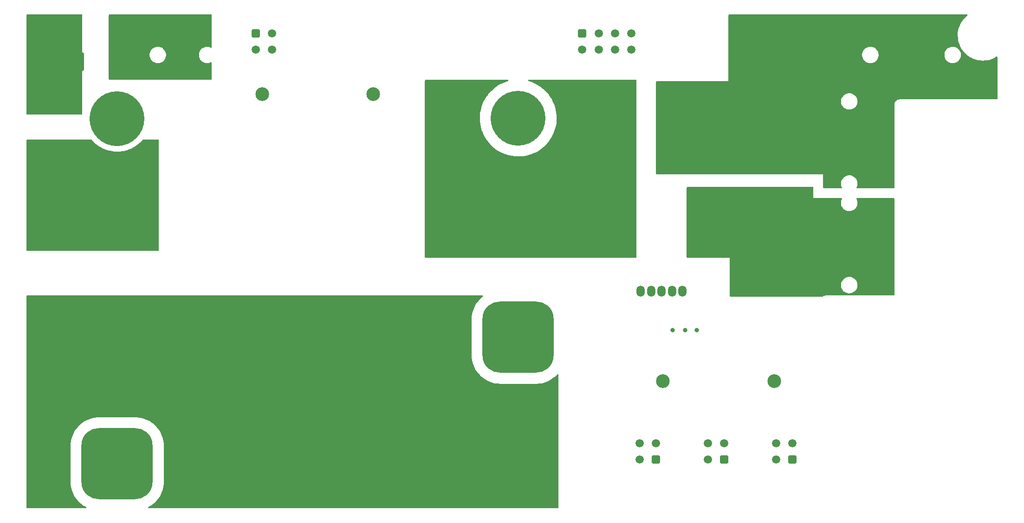
<source format=gbr>
%TF.GenerationSoftware,KiCad,Pcbnew,(6.0.1)*%
%TF.CreationDate,2022-06-01T15:29:14+03:00*%
%TF.ProjectId,Power,506f7765-722e-46b6-9963-61645f706362,rev?*%
%TF.SameCoordinates,Original*%
%TF.FileFunction,Copper,L1,Top*%
%TF.FilePolarity,Positive*%
%FSLAX46Y46*%
G04 Gerber Fmt 4.6, Leading zero omitted, Abs format (unit mm)*
G04 Created by KiCad (PCBNEW (6.0.1)) date 2022-06-01 15:29:14*
%MOMM*%
%LPD*%
G01*
G04 APERTURE LIST*
G04 Aperture macros list*
%AMRoundRect*
0 Rectangle with rounded corners*
0 $1 Rounding radius*
0 $2 $3 $4 $5 $6 $7 $8 $9 X,Y pos of 4 corners*
0 Add a 4 corners polygon primitive as box body*
4,1,4,$2,$3,$4,$5,$6,$7,$8,$9,$2,$3,0*
0 Add four circle primitives for the rounded corners*
1,1,$1+$1,$2,$3*
1,1,$1+$1,$4,$5*
1,1,$1+$1,$6,$7*
1,1,$1+$1,$8,$9*
0 Add four rect primitives between the rounded corners*
20,1,$1+$1,$2,$3,$4,$5,0*
20,1,$1+$1,$4,$5,$6,$7,0*
20,1,$1+$1,$6,$7,$8,$9,0*
20,1,$1+$1,$8,$9,$2,$3,0*%
G04 Aperture macros list end*
%TA.AperFunction,ComponentPad*%
%ADD10RoundRect,0.250001X-0.499999X0.499999X-0.499999X-0.499999X0.499999X-0.499999X0.499999X0.499999X0*%
%TD*%
%TA.AperFunction,ComponentPad*%
%ADD11C,1.500000*%
%TD*%
%TA.AperFunction,ComponentPad*%
%ADD12RoundRect,0.250001X0.499999X0.499999X-0.499999X0.499999X-0.499999X-0.499999X0.499999X-0.499999X0*%
%TD*%
%TA.AperFunction,SMDPad,CuDef*%
%ADD13RoundRect,1.250000X3.750000X-1.250000X3.750000X1.250000X-3.750000X1.250000X-3.750000X-1.250000X0*%
%TD*%
%TA.AperFunction,WasherPad*%
%ADD14C,10.000000*%
%TD*%
%TA.AperFunction,ComponentPad*%
%ADD15RoundRect,3.250000X-3.250000X-3.250000X3.250000X-3.250000X3.250000X3.250000X-3.250000X3.250000X0*%
%TD*%
%TA.AperFunction,SMDPad,CuDef*%
%ADD16RoundRect,0.249999X-0.512501X-1.425001X0.512501X-1.425001X0.512501X1.425001X-0.512501X1.425001X0*%
%TD*%
%TA.AperFunction,ComponentPad*%
%ADD17C,2.500000*%
%TD*%
%TA.AperFunction,ComponentPad*%
%ADD18RoundRect,0.250001X-0.499999X-0.499999X0.499999X-0.499999X0.499999X0.499999X-0.499999X0.499999X0*%
%TD*%
%TA.AperFunction,ComponentPad*%
%ADD19O,2.500000X2.000000*%
%TD*%
%TA.AperFunction,ComponentPad*%
%ADD20O,1.500000X2.000000*%
%TD*%
%TA.AperFunction,ViaPad*%
%ADD21C,0.800000*%
%TD*%
G04 APERTURE END LIST*
D10*
%TO.P,J3,1,Pin_1*%
%TO.N,LPSR_IN*%
X218500000Y-87956000D03*
D11*
%TO.P,J3,2,Pin_2*%
X218500000Y-90956000D03*
%TO.P,J3,3,Pin_3*%
X218500000Y-93956000D03*
%TO.P,J3,4,Pin_4*%
X218500000Y-96956000D03*
%TO.P,J3,5,Pin_5*%
X215500000Y-87956000D03*
%TO.P,J3,6,Pin_6*%
X215500000Y-90956000D03*
%TO.P,J3,7,Pin_7*%
X215500000Y-93956000D03*
%TO.P,J3,8,Pin_8*%
X215500000Y-96956000D03*
%TD*%
D12*
%TO.P,J9,1,Pin_1*%
%TO.N,GND*%
X191746000Y-131826000D03*
D11*
%TO.P,J9,2,Pin_2*%
%TO.N,Current_Measure*%
X188746000Y-131826000D03*
%TO.P,J9,3,Pin_3*%
%TO.N,GND*%
X191746000Y-128826000D03*
%TO.P,J9,4,Pin_4*%
%TO.N,Current_Measure*%
X188746000Y-128826000D03*
%TD*%
D13*
%TO.P,L1,1*%
%TO.N,Net-(D2-Pad1)*%
X69596000Y-76120000D03*
%TO.P,L1,2*%
%TO.N,Net-(F1-Pad1)*%
X69596000Y-66120000D03*
%TD*%
D12*
%TO.P,J10,1,Pin_1*%
%TO.N,GNDPWR*%
X179300000Y-131826000D03*
D11*
%TO.P,J10,2,Pin_2*%
X176300000Y-131826000D03*
%TO.P,J10,3,Pin_3*%
%TO.N,Voltage_IN*%
X179300000Y-128826000D03*
%TO.P,J10,4,Pin_4*%
%TO.N,Voltage_OUT*%
X176300000Y-128826000D03*
%TD*%
D14*
%TO.P,D2,*%
%TO.N,*%
X81026000Y-69596000D03*
D15*
%TO.P,D2,1,E1*%
%TO.N,Net-(D2-Pad1)*%
X81026000Y-86596000D03*
%TO.P,D2,2,E2*%
%TO.N,Net-(C21-Pad1)*%
X81026000Y-109596000D03*
%TO.P,D2,3,K1*%
%TO.N,unconnected-(D2-Pad3)*%
X81026000Y-132596000D03*
%TD*%
D16*
%TO.P,F1,1*%
%TO.N,Net-(F1-Pad1)*%
X74228500Y-59182000D03*
%TO.P,F1,2*%
%TO.N,Voltage_OUT*%
X80203500Y-59182000D03*
%TD*%
D17*
%TO.P,C24,1*%
%TO.N,Voltage_IN*%
X200894000Y-65031000D03*
X180594000Y-65031000D03*
%TO.P,C24,2*%
%TO.N,GNDPWR*%
X180594000Y-117531000D03*
X200894000Y-117531000D03*
%TD*%
D18*
%TO.P,J1,1,Pin_1*%
%TO.N,Voltage_OUT*%
X91440000Y-54000000D03*
D11*
%TO.P,J1,2,Pin_2*%
X94440000Y-54000000D03*
%TO.P,J1,3,Pin_3*%
X91440000Y-57000000D03*
%TO.P,J1,4,Pin_4*%
X94440000Y-57000000D03*
%TD*%
D18*
%TO.P,J6,1,Pin_1*%
%TO.N,GNDPWR*%
X165840000Y-54000000D03*
D11*
%TO.P,J6,2,Pin_2*%
X168840000Y-54000000D03*
%TO.P,J6,3,Pin_3*%
X171840000Y-54000000D03*
%TO.P,J6,4,Pin_4*%
X174840000Y-54000000D03*
%TO.P,J6,5,Pin_5*%
X165840000Y-57000000D03*
%TO.P,J6,6,Pin_6*%
X168840000Y-57000000D03*
%TO.P,J6,7,Pin_7*%
X171840000Y-57000000D03*
%TO.P,J6,8,Pin_8*%
X174840000Y-57000000D03*
%TD*%
D12*
%TO.P,J8,1,Pin_1*%
%TO.N,+5V*%
X204192000Y-131826000D03*
D11*
%TO.P,J8,2,Pin_2*%
%TO.N,GND*%
X201192000Y-131826000D03*
%TO.P,J8,3,Pin_3*%
%TO.N,+5V*%
X204192000Y-128826000D03*
%TO.P,J8,4,Pin_4*%
%TO.N,GND*%
X201192000Y-128826000D03*
%TD*%
D17*
%TO.P,C21,1*%
%TO.N,Net-(C21-Pad1)*%
X107462000Y-117595000D03*
X127762000Y-117595000D03*
%TO.P,C21,2*%
%TO.N,GNDPWR*%
X107462000Y-65095000D03*
X127762000Y-65095000D03*
%TD*%
D10*
%TO.P,J4,1,Pin_1*%
%TO.N,Voltage_IN*%
X218500000Y-69414000D03*
D11*
%TO.P,J4,2,Pin_2*%
X218500000Y-72414000D03*
%TO.P,J4,3,Pin_3*%
X218500000Y-75414000D03*
%TO.P,J4,4,Pin_4*%
X218500000Y-78414000D03*
%TO.P,J4,5,Pin_5*%
X215500000Y-69414000D03*
%TO.P,J4,6,Pin_6*%
X215500000Y-72414000D03*
%TO.P,J4,7,Pin_7*%
X215500000Y-75414000D03*
%TO.P,J4,8,Pin_8*%
X215500000Y-78414000D03*
%TD*%
D14*
%TO.P,D1,*%
%TO.N,*%
X154178000Y-69474000D03*
D15*
%TO.P,D1,1,E1*%
%TO.N,LPSR_OUT*%
X154178000Y-86474000D03*
%TO.P,D1,2,E2*%
%TO.N,GNDPWR*%
X154178000Y-109474000D03*
%TO.P,D1,3,K1*%
%TO.N,Net-(C21-Pad1)*%
X154178000Y-132474000D03*
%TD*%
D18*
%TO.P,J5,1,Pin_1*%
%TO.N,Voltage_IN*%
X221414000Y-54000000D03*
D11*
%TO.P,J5,2,Pin_2*%
X224414000Y-54000000D03*
%TO.P,J5,3,Pin_3*%
X227414000Y-54000000D03*
%TO.P,J5,4,Pin_4*%
X230414000Y-54000000D03*
%TO.P,J5,5,Pin_5*%
X221414000Y-57000000D03*
%TO.P,J5,6,Pin_6*%
X224414000Y-57000000D03*
%TO.P,J5,7,Pin_7*%
X227414000Y-57000000D03*
%TO.P,J5,8,Pin_8*%
X230414000Y-57000000D03*
%TD*%
D18*
%TO.P,J2,1,Pin_1*%
%TO.N,GNDPWR*%
X106262000Y-54000000D03*
D11*
%TO.P,J2,2,Pin_2*%
X109262000Y-54000000D03*
%TO.P,J2,3,Pin_3*%
X106262000Y-57000000D03*
%TO.P,J2,4,Pin_4*%
X109262000Y-57000000D03*
%TD*%
D19*
%TO.P,D4,1,INPUT_CURRENT*%
%TO.N,LPSR_IN*%
X186690000Y-83312000D03*
%TO.P,D4,2,INPUT_CURRENT*%
X186690000Y-85852000D03*
%TO.P,D4,3,INPUT_CURRENT*%
X186690000Y-88392000D03*
%TO.P,D4,4,INPUT_CURRENT*%
X186690000Y-90932000D03*
%TO.P,D4,5,OUTPUT_CURRENT*%
%TO.N,LPSR_OUT*%
X173990000Y-83312000D03*
%TO.P,D4,6,OUTPUT_CURRENT*%
X173990000Y-85852000D03*
%TO.P,D4,7,OUTPUT_CURRENT*%
X173990000Y-88392000D03*
%TO.P,D4,8,OUTPUT_CURRENT*%
X173990000Y-90932000D03*
D20*
%TO.P,D4,9,+Uc*%
%TO.N,+5V*%
X184150000Y-101102000D03*
%TO.P,D4,10,GND*%
%TO.N,GND*%
X182245000Y-101102000D03*
%TO.P,D4,11,Vout*%
%TO.N,Net-(D4-Pad11)*%
X180340000Y-101102000D03*
%TO.P,D4,12,Vref*%
%TO.N,unconnected-(D4-Pad12)*%
X178435000Y-101102000D03*
%TO.P,D4,13,OCD*%
%TO.N,unconnected-(D4-Pad13)*%
X176530000Y-101102000D03*
%TD*%
D21*
%TO.N,Current_Measure*%
X182372000Y-108204000D03*
%TO.N,+5V*%
X186711500Y-108182500D03*
%TO.N,GND*%
X184658000Y-108204000D03*
%TD*%
%TA.AperFunction,Conductor*%
%TO.N,Net-(D2-Pad1)*%
G36*
X76396605Y-73426002D02*
G01*
X76427093Y-73453563D01*
X76479965Y-73520032D01*
X76809311Y-73871980D01*
X76811175Y-73873676D01*
X77163943Y-74194670D01*
X77163952Y-74194678D01*
X77165823Y-74196380D01*
X77547202Y-74491144D01*
X77950993Y-74754372D01*
X77953215Y-74755579D01*
X77953221Y-74755582D01*
X78121790Y-74847107D01*
X78374594Y-74984368D01*
X78815276Y-75179652D01*
X78817640Y-75180480D01*
X78817653Y-75180485D01*
X79267824Y-75338132D01*
X79270200Y-75338964D01*
X79736435Y-75461278D01*
X80210978Y-75545807D01*
X80213484Y-75546048D01*
X80213489Y-75546049D01*
X80395103Y-75563536D01*
X80690771Y-75592006D01*
X80693306Y-75592046D01*
X80693309Y-75592046D01*
X80847996Y-75594476D01*
X81172724Y-75599577D01*
X81175243Y-75599414D01*
X81175247Y-75599414D01*
X81651198Y-75568636D01*
X81651201Y-75568636D01*
X81653732Y-75568472D01*
X81656235Y-75568107D01*
X81656243Y-75568106D01*
X81859177Y-75538501D01*
X82130696Y-75498890D01*
X82600543Y-75391281D01*
X83060247Y-75246337D01*
X83226987Y-75178631D01*
X83504513Y-75065939D01*
X83504514Y-75065938D01*
X83506845Y-75064992D01*
X83720468Y-74957551D01*
X83935213Y-74849546D01*
X83935220Y-74849542D01*
X83937461Y-74848415D01*
X84349321Y-74598000D01*
X84351355Y-74596528D01*
X84351362Y-74596523D01*
X84737717Y-74316848D01*
X84737719Y-74316846D01*
X84739771Y-74315361D01*
X85106296Y-74002319D01*
X85446535Y-73660891D01*
X85624956Y-73450505D01*
X85684269Y-73411488D01*
X85721051Y-73406000D01*
X88520000Y-73406000D01*
X88588121Y-73426002D01*
X88634614Y-73479658D01*
X88646000Y-73532000D01*
X88646000Y-93600000D01*
X88625998Y-93668121D01*
X88572342Y-93714614D01*
X88520000Y-93726000D01*
X64626000Y-93726000D01*
X64557879Y-93705998D01*
X64511386Y-93652342D01*
X64500000Y-93600000D01*
X64500000Y-73532000D01*
X64520002Y-73463879D01*
X64573658Y-73417386D01*
X64626000Y-73406000D01*
X76328484Y-73406000D01*
X76396605Y-73426002D01*
G37*
%TD.AperFunction*%
%TD*%
%TA.AperFunction,Conductor*%
%TO.N,LPSR_IN*%
G36*
X207968121Y-82062002D02*
G01*
X208014614Y-82115658D01*
X208026000Y-82168000D01*
X208026000Y-84074000D01*
X213119372Y-84074000D01*
X213187493Y-84094002D01*
X213233986Y-84147658D01*
X213244090Y-84217932D01*
X213229680Y-84260894D01*
X213189175Y-84334269D01*
X213186673Y-84338802D01*
X213184949Y-84343671D01*
X213184947Y-84343675D01*
X213172984Y-84377458D01*
X213104309Y-84571390D01*
X213061039Y-84814306D01*
X213058025Y-85061028D01*
X213095347Y-85304930D01*
X213172003Y-85539460D01*
X213285935Y-85758321D01*
X213434083Y-85955636D01*
X213612468Y-86126104D01*
X213616740Y-86129018D01*
X213616741Y-86129019D01*
X213645893Y-86148905D01*
X213816300Y-86265149D01*
X213928202Y-86317092D01*
X214035409Y-86366856D01*
X214035413Y-86366857D01*
X214040104Y-86369035D01*
X214277871Y-86434974D01*
X214283008Y-86435523D01*
X214475957Y-86456144D01*
X214475965Y-86456144D01*
X214479292Y-86456500D01*
X214622554Y-86456500D01*
X214625127Y-86456288D01*
X214625138Y-86456288D01*
X214800760Y-86441849D01*
X214800766Y-86441848D01*
X214805911Y-86441425D01*
X215045217Y-86381316D01*
X215271493Y-86282928D01*
X215478661Y-86148905D01*
X215500516Y-86129019D01*
X215536536Y-86096243D01*
X215661158Y-85982846D01*
X215664357Y-85978795D01*
X215664361Y-85978791D01*
X215810881Y-85793264D01*
X215810884Y-85793259D01*
X215814082Y-85789210D01*
X215816577Y-85784691D01*
X215930830Y-85577722D01*
X215930832Y-85577718D01*
X215933327Y-85573198D01*
X215945275Y-85539460D01*
X216013965Y-85345485D01*
X216013966Y-85345481D01*
X216015691Y-85340610D01*
X216058961Y-85097694D01*
X216061975Y-84850972D01*
X216024653Y-84607070D01*
X215947997Y-84372540D01*
X215928075Y-84334269D01*
X215888465Y-84258180D01*
X215874752Y-84188521D01*
X215900877Y-84122505D01*
X215958545Y-84081094D01*
X216000228Y-84074000D01*
X222648000Y-84074000D01*
X222716121Y-84094002D01*
X222762614Y-84147658D01*
X222774000Y-84200000D01*
X222774000Y-101744000D01*
X222753998Y-101812121D01*
X222700342Y-101858614D01*
X222648000Y-101870000D01*
X210341697Y-101870000D01*
X210335103Y-101869827D01*
X210269279Y-101866377D01*
X210269275Y-101866377D01*
X210262898Y-101866043D01*
X210256585Y-101866998D01*
X210256580Y-101866998D01*
X210189678Y-101877117D01*
X210183568Y-101877889D01*
X210116233Y-101884728D01*
X210116231Y-101884728D01*
X210109885Y-101885373D01*
X210095631Y-101889840D01*
X210076803Y-101894187D01*
X210062028Y-101896422D01*
X210056035Y-101898627D01*
X209992518Y-101921997D01*
X209986692Y-101923980D01*
X209916027Y-101946125D01*
X209910445Y-101949219D01*
X209910438Y-101949222D01*
X209902964Y-101953365D01*
X209885390Y-101961411D01*
X209877366Y-101964363D01*
X209877357Y-101964367D01*
X209871368Y-101966571D01*
X209846484Y-101982000D01*
X209808420Y-102005601D01*
X209803147Y-102008695D01*
X209738343Y-102044616D01*
X209727003Y-102054336D01*
X209711395Y-102065759D01*
X209704138Y-102070258D01*
X209704136Y-102070260D01*
X209698708Y-102073625D01*
X209694067Y-102078014D01*
X209689113Y-102081829D01*
X209622937Y-102107545D01*
X209612235Y-102108000D01*
X192912000Y-102108000D01*
X192843879Y-102087998D01*
X192797386Y-102034342D01*
X192786000Y-101982000D01*
X192786000Y-100061028D01*
X213058025Y-100061028D01*
X213095347Y-100304930D01*
X213172003Y-100539460D01*
X213285935Y-100758321D01*
X213289038Y-100762454D01*
X213289040Y-100762457D01*
X213305734Y-100784691D01*
X213434083Y-100955636D01*
X213612468Y-101126104D01*
X213616740Y-101129018D01*
X213616741Y-101129019D01*
X213645893Y-101148905D01*
X213816300Y-101265149D01*
X213928202Y-101317092D01*
X214035409Y-101366856D01*
X214035413Y-101366857D01*
X214040104Y-101369035D01*
X214277871Y-101434974D01*
X214283008Y-101435523D01*
X214475957Y-101456144D01*
X214475965Y-101456144D01*
X214479292Y-101456500D01*
X214622554Y-101456500D01*
X214625127Y-101456288D01*
X214625138Y-101456288D01*
X214800760Y-101441849D01*
X214800766Y-101441848D01*
X214805911Y-101441425D01*
X215045217Y-101381316D01*
X215271493Y-101282928D01*
X215478661Y-101148905D01*
X215500516Y-101129019D01*
X215536536Y-101096243D01*
X215661158Y-100982846D01*
X215664357Y-100978795D01*
X215664361Y-100978791D01*
X215810881Y-100793264D01*
X215810884Y-100793259D01*
X215814082Y-100789210D01*
X215828393Y-100763286D01*
X215930830Y-100577722D01*
X215930832Y-100577718D01*
X215933327Y-100573198D01*
X215945275Y-100539460D01*
X216013965Y-100345485D01*
X216013966Y-100345481D01*
X216015691Y-100340610D01*
X216022957Y-100299818D01*
X216058055Y-100102783D01*
X216058056Y-100102777D01*
X216058961Y-100097694D01*
X216061975Y-99850972D01*
X216024653Y-99607070D01*
X215947997Y-99372540D01*
X215834065Y-99153679D01*
X215827620Y-99145094D01*
X215689022Y-98960499D01*
X215689020Y-98960496D01*
X215685917Y-98956364D01*
X215507532Y-98785896D01*
X215479212Y-98766577D01*
X215307979Y-98649770D01*
X215307980Y-98649770D01*
X215303700Y-98646851D01*
X215191798Y-98594908D01*
X215084591Y-98545144D01*
X215084587Y-98545143D01*
X215079896Y-98542965D01*
X214842129Y-98477026D01*
X214836992Y-98476477D01*
X214644043Y-98455856D01*
X214644035Y-98455856D01*
X214640708Y-98455500D01*
X214497446Y-98455500D01*
X214494873Y-98455712D01*
X214494862Y-98455712D01*
X214319240Y-98470151D01*
X214319234Y-98470152D01*
X214314089Y-98470575D01*
X214074783Y-98530684D01*
X213848507Y-98629072D01*
X213641339Y-98763095D01*
X213637514Y-98766575D01*
X213637512Y-98766577D01*
X213616281Y-98785896D01*
X213458842Y-98929154D01*
X213455643Y-98933205D01*
X213455639Y-98933209D01*
X213309119Y-99118736D01*
X213309116Y-99118741D01*
X213305918Y-99122790D01*
X213303425Y-99127306D01*
X213303423Y-99127309D01*
X213198882Y-99316686D01*
X213186673Y-99338802D01*
X213184949Y-99343671D01*
X213184947Y-99343675D01*
X213106035Y-99566515D01*
X213104309Y-99571390D01*
X213061039Y-99814306D01*
X213058025Y-100061028D01*
X192786000Y-100061028D01*
X192786000Y-94996000D01*
X185038000Y-94996000D01*
X184969879Y-94975998D01*
X184923386Y-94922342D01*
X184912000Y-94870000D01*
X184912000Y-82168000D01*
X184932002Y-82099879D01*
X184985658Y-82053386D01*
X185038000Y-82042000D01*
X207900000Y-82042000D01*
X207968121Y-82062002D01*
G37*
%TD.AperFunction*%
%TD*%
%TA.AperFunction,Conductor*%
%TO.N,Net-(F1-Pad1)*%
G36*
X74618121Y-50550002D02*
G01*
X74664614Y-50603658D01*
X74676000Y-50656000D01*
X74676000Y-68708000D01*
X74655998Y-68776121D01*
X74602342Y-68822614D01*
X74550000Y-68834000D01*
X64626000Y-68834000D01*
X64557879Y-68813998D01*
X64511386Y-68760342D01*
X64500000Y-68708000D01*
X64500000Y-50656000D01*
X64520002Y-50587879D01*
X64573658Y-50541386D01*
X64626000Y-50530000D01*
X74550000Y-50530000D01*
X74618121Y-50550002D01*
G37*
%TD.AperFunction*%
%TD*%
%TA.AperFunction,Conductor*%
%TO.N,Voltage_IN*%
G36*
X236073039Y-50550002D02*
G01*
X236119532Y-50603658D01*
X236129636Y-50673932D01*
X236100142Y-50738512D01*
X236085490Y-50752871D01*
X235842459Y-50954998D01*
X235541583Y-51256399D01*
X235269835Y-51584304D01*
X235268192Y-51586708D01*
X235031180Y-51933503D01*
X235031174Y-51933513D01*
X235029537Y-51935908D01*
X235028131Y-51938439D01*
X235028125Y-51938449D01*
X234824161Y-52305653D01*
X234824157Y-52305662D01*
X234822744Y-52308205D01*
X234821571Y-52310872D01*
X234821566Y-52310881D01*
X234652399Y-52695343D01*
X234651225Y-52698012D01*
X234516445Y-53101996D01*
X234419559Y-53516703D01*
X234361393Y-53938586D01*
X234342445Y-54364038D01*
X234362878Y-54789422D01*
X234422516Y-55211099D01*
X234520850Y-55625465D01*
X234521781Y-55628223D01*
X234521784Y-55628234D01*
X234624651Y-55933015D01*
X234657038Y-56028976D01*
X234829917Y-56418182D01*
X234831340Y-56420723D01*
X234831342Y-56420727D01*
X234937904Y-56611007D01*
X235038008Y-56789756D01*
X235279532Y-57140519D01*
X235281395Y-57142751D01*
X235281401Y-57142759D01*
X235427898Y-57318278D01*
X235552424Y-57467473D01*
X235854349Y-57767821D01*
X235856591Y-57769672D01*
X235856596Y-57769677D01*
X236180486Y-58037147D01*
X236180494Y-58037153D01*
X236182727Y-58038997D01*
X236185136Y-58040637D01*
X236185137Y-58040638D01*
X236532332Y-58277035D01*
X236532337Y-58277038D01*
X236534750Y-58278681D01*
X236537298Y-58280091D01*
X236537307Y-58280096D01*
X236804375Y-58427829D01*
X236907408Y-58484824D01*
X236910074Y-58485992D01*
X236910075Y-58485992D01*
X237061545Y-58552325D01*
X237297514Y-58655663D01*
X237701733Y-58789737D01*
X237704559Y-58790392D01*
X237704566Y-58790394D01*
X238113763Y-58885240D01*
X238113772Y-58885242D01*
X238116608Y-58885899D01*
X238538592Y-58943329D01*
X238541442Y-58943456D01*
X238541443Y-58943456D01*
X238832914Y-58956437D01*
X238832931Y-58956437D01*
X238834337Y-58956500D01*
X239057369Y-58956500D01*
X239058809Y-58956433D01*
X239058824Y-58956433D01*
X239197718Y-58950004D01*
X239373418Y-58941872D01*
X239795199Y-58882970D01*
X239798021Y-58882305D01*
X239798029Y-58882304D01*
X240206896Y-58786028D01*
X240206901Y-58786026D01*
X240209736Y-58785359D01*
X240596236Y-58655663D01*
X240610728Y-58650800D01*
X240610731Y-58650799D01*
X240613484Y-58649875D01*
X240812883Y-58561722D01*
X241000344Y-58478847D01*
X241000350Y-58478844D01*
X241002992Y-58477676D01*
X241374928Y-58270233D01*
X241377330Y-58268585D01*
X241377603Y-58268416D01*
X241446039Y-58249518D01*
X241513827Y-58270620D01*
X241559446Y-58325021D01*
X241570000Y-58375502D01*
X241570000Y-65930000D01*
X241549998Y-65998121D01*
X241496342Y-66044614D01*
X241444000Y-66056000D01*
X223803697Y-66056000D01*
X223797103Y-66055827D01*
X223731279Y-66052377D01*
X223731275Y-66052377D01*
X223724898Y-66052043D01*
X223718585Y-66052998D01*
X223718580Y-66052998D01*
X223651678Y-66063117D01*
X223645568Y-66063889D01*
X223578233Y-66070728D01*
X223578231Y-66070728D01*
X223571885Y-66071373D01*
X223557631Y-66075840D01*
X223538803Y-66080187D01*
X223524028Y-66082422D01*
X223518035Y-66084627D01*
X223454518Y-66107997D01*
X223448692Y-66109980D01*
X223378027Y-66132125D01*
X223372445Y-66135219D01*
X223372438Y-66135222D01*
X223364964Y-66139365D01*
X223347390Y-66147411D01*
X223339366Y-66150363D01*
X223339357Y-66150367D01*
X223333368Y-66152571D01*
X223270420Y-66191601D01*
X223265147Y-66194695D01*
X223200343Y-66230616D01*
X223189003Y-66240336D01*
X223173395Y-66251759D01*
X223160708Y-66259625D01*
X223156072Y-66264009D01*
X223106897Y-66310511D01*
X223102322Y-66314630D01*
X223046094Y-66362824D01*
X223036936Y-66374631D01*
X223023954Y-66388947D01*
X223013101Y-66399210D01*
X223009439Y-66404440D01*
X223009438Y-66404441D01*
X222970618Y-66459881D01*
X222966965Y-66464836D01*
X222921579Y-66523348D01*
X222918759Y-66529079D01*
X222914986Y-66536745D01*
X222905147Y-66553382D01*
X222900239Y-66560392D01*
X222896576Y-66565624D01*
X222894043Y-66571478D01*
X222894041Y-66571481D01*
X222867167Y-66633583D01*
X222864585Y-66639171D01*
X222834704Y-66699899D01*
X222831884Y-66705630D01*
X222830274Y-66711812D01*
X222828117Y-66720090D01*
X222821826Y-66738362D01*
X222815894Y-66752071D01*
X222814590Y-66758310D01*
X222814589Y-66758315D01*
X222800752Y-66824548D01*
X222799347Y-66830540D01*
X222780675Y-66902225D01*
X222780341Y-66908595D01*
X222780341Y-66908596D01*
X222779893Y-66917143D01*
X222777404Y-66936309D01*
X222774349Y-66950932D01*
X222774000Y-66957592D01*
X222774000Y-67026303D01*
X222773827Y-67032897D01*
X222771233Y-67082404D01*
X222770043Y-67105102D01*
X222770999Y-67111422D01*
X222772583Y-67121898D01*
X222774000Y-67140739D01*
X222774000Y-82170000D01*
X222753998Y-82238121D01*
X222700342Y-82284614D01*
X222648000Y-82296000D01*
X216000628Y-82296000D01*
X215932507Y-82275998D01*
X215886014Y-82222342D01*
X215875910Y-82152068D01*
X215890320Y-82109106D01*
X215930825Y-82035731D01*
X215930827Y-82035728D01*
X215933327Y-82031198D01*
X215943649Y-82002052D01*
X216013965Y-81803485D01*
X216013966Y-81803481D01*
X216015691Y-81798610D01*
X216041593Y-81653199D01*
X216058055Y-81560783D01*
X216058056Y-81560777D01*
X216058961Y-81555694D01*
X216061975Y-81308972D01*
X216024653Y-81065070D01*
X215947997Y-80830540D01*
X215834065Y-80611679D01*
X215685917Y-80414364D01*
X215507532Y-80243896D01*
X215479212Y-80224577D01*
X215307979Y-80107770D01*
X215307980Y-80107770D01*
X215303700Y-80104851D01*
X215191798Y-80052908D01*
X215084591Y-80003144D01*
X215084587Y-80003143D01*
X215079896Y-80000965D01*
X214842129Y-79935026D01*
X214836992Y-79934477D01*
X214644043Y-79913856D01*
X214644035Y-79913856D01*
X214640708Y-79913500D01*
X214497446Y-79913500D01*
X214494873Y-79913712D01*
X214494862Y-79913712D01*
X214319240Y-79928151D01*
X214319234Y-79928152D01*
X214314089Y-79928575D01*
X214074783Y-79988684D01*
X213848507Y-80087072D01*
X213641339Y-80221095D01*
X213637514Y-80224575D01*
X213637512Y-80224577D01*
X213616281Y-80243896D01*
X213458842Y-80387154D01*
X213455643Y-80391205D01*
X213455639Y-80391209D01*
X213309119Y-80576736D01*
X213309116Y-80576741D01*
X213305918Y-80580790D01*
X213303425Y-80585306D01*
X213303423Y-80585309D01*
X213291150Y-80607543D01*
X213186673Y-80796802D01*
X213184949Y-80801671D01*
X213184947Y-80801675D01*
X213172984Y-80835458D01*
X213104309Y-81029390D01*
X213061039Y-81272306D01*
X213058025Y-81519028D01*
X213095347Y-81762930D01*
X213172003Y-81997460D01*
X213174391Y-82002048D01*
X213174393Y-82002052D01*
X213231535Y-82111820D01*
X213245248Y-82181479D01*
X213219123Y-82247495D01*
X213161455Y-82288906D01*
X213119772Y-82296000D01*
X209930000Y-82296000D01*
X209861879Y-82275998D01*
X209815386Y-82222342D01*
X209804000Y-82170000D01*
X209804000Y-79756000D01*
X179450000Y-79756000D01*
X179381879Y-79735998D01*
X179335386Y-79682342D01*
X179324000Y-79630000D01*
X179324000Y-66519028D01*
X213058025Y-66519028D01*
X213095347Y-66762930D01*
X213172003Y-66997460D01*
X213285935Y-67216321D01*
X213289038Y-67220454D01*
X213289040Y-67220457D01*
X213430978Y-67409501D01*
X213434083Y-67413636D01*
X213612468Y-67584104D01*
X213616740Y-67587018D01*
X213616741Y-67587019D01*
X213645893Y-67606905D01*
X213816300Y-67723149D01*
X213872371Y-67749176D01*
X214035409Y-67824856D01*
X214035413Y-67824857D01*
X214040104Y-67827035D01*
X214277871Y-67892974D01*
X214283008Y-67893523D01*
X214475957Y-67914144D01*
X214475965Y-67914144D01*
X214479292Y-67914500D01*
X214622554Y-67914500D01*
X214625127Y-67914288D01*
X214625138Y-67914288D01*
X214800760Y-67899849D01*
X214800766Y-67899848D01*
X214805911Y-67899425D01*
X215045217Y-67839316D01*
X215271493Y-67740928D01*
X215478661Y-67606905D01*
X215500516Y-67587019D01*
X215622982Y-67475583D01*
X215661158Y-67440846D01*
X215664357Y-67436795D01*
X215664361Y-67436791D01*
X215810881Y-67251264D01*
X215810884Y-67251259D01*
X215814082Y-67247210D01*
X215816577Y-67242691D01*
X215930830Y-67035722D01*
X215930832Y-67035718D01*
X215933327Y-67031198D01*
X215935061Y-67026303D01*
X216013965Y-66803485D01*
X216013966Y-66803481D01*
X216015691Y-66798610D01*
X216031152Y-66711812D01*
X216058055Y-66560783D01*
X216058056Y-66560777D01*
X216058961Y-66555694D01*
X216061975Y-66308972D01*
X216024653Y-66065070D01*
X215947997Y-65830540D01*
X215834065Y-65611679D01*
X215685917Y-65414364D01*
X215507532Y-65243896D01*
X215479212Y-65224577D01*
X215307979Y-65107770D01*
X215307980Y-65107770D01*
X215303700Y-65104851D01*
X215191798Y-65052908D01*
X215084591Y-65003144D01*
X215084587Y-65003143D01*
X215079896Y-65000965D01*
X214842129Y-64935026D01*
X214836992Y-64934477D01*
X214644043Y-64913856D01*
X214644035Y-64913856D01*
X214640708Y-64913500D01*
X214497446Y-64913500D01*
X214494873Y-64913712D01*
X214494862Y-64913712D01*
X214319240Y-64928151D01*
X214319234Y-64928152D01*
X214314089Y-64928575D01*
X214074783Y-64988684D01*
X213848507Y-65087072D01*
X213641339Y-65221095D01*
X213637514Y-65224575D01*
X213637512Y-65224577D01*
X213616281Y-65243896D01*
X213458842Y-65387154D01*
X213455643Y-65391205D01*
X213455639Y-65391209D01*
X213309119Y-65576736D01*
X213309116Y-65576741D01*
X213305918Y-65580790D01*
X213303425Y-65585306D01*
X213303423Y-65585309D01*
X213291150Y-65607543D01*
X213186673Y-65796802D01*
X213184949Y-65801671D01*
X213184947Y-65801675D01*
X213172984Y-65835458D01*
X213104309Y-66029390D01*
X213103402Y-66034483D01*
X213103401Y-66034486D01*
X213062517Y-66264009D01*
X213061039Y-66272306D01*
X213060528Y-66314142D01*
X213058748Y-66459881D01*
X213058025Y-66519028D01*
X179324000Y-66519028D01*
X179324000Y-62864000D01*
X179344002Y-62795879D01*
X179397658Y-62749386D01*
X179450000Y-62738000D01*
X192532000Y-62738000D01*
X192532000Y-58045028D01*
X216912025Y-58045028D01*
X216949347Y-58288930D01*
X217026003Y-58523460D01*
X217139935Y-58742321D01*
X217143038Y-58746454D01*
X217143040Y-58746457D01*
X217176029Y-58790394D01*
X217288083Y-58939636D01*
X217466468Y-59110104D01*
X217470740Y-59113018D01*
X217470741Y-59113019D01*
X217499893Y-59132905D01*
X217670300Y-59249149D01*
X217782202Y-59301092D01*
X217889409Y-59350856D01*
X217889413Y-59350857D01*
X217894104Y-59353035D01*
X218131871Y-59418974D01*
X218137008Y-59419523D01*
X218329957Y-59440144D01*
X218329965Y-59440144D01*
X218333292Y-59440500D01*
X218476554Y-59440500D01*
X218479127Y-59440288D01*
X218479138Y-59440288D01*
X218654760Y-59425849D01*
X218654766Y-59425848D01*
X218659911Y-59425425D01*
X218899217Y-59365316D01*
X219125493Y-59266928D01*
X219332661Y-59132905D01*
X219354516Y-59113019D01*
X219390536Y-59080243D01*
X219515158Y-58966846D01*
X219518357Y-58962795D01*
X219518361Y-58962791D01*
X219664881Y-58777264D01*
X219664884Y-58777259D01*
X219668082Y-58773210D01*
X219670577Y-58768691D01*
X219784830Y-58561722D01*
X219784832Y-58561718D01*
X219787327Y-58557198D01*
X219799275Y-58523460D01*
X219867965Y-58329485D01*
X219867966Y-58329481D01*
X219869691Y-58324610D01*
X219877620Y-58280096D01*
X219912055Y-58086783D01*
X219912056Y-58086777D01*
X219912961Y-58081694D01*
X219913409Y-58045028D01*
X231912025Y-58045028D01*
X231949347Y-58288930D01*
X232026003Y-58523460D01*
X232139935Y-58742321D01*
X232143038Y-58746454D01*
X232143040Y-58746457D01*
X232176029Y-58790394D01*
X232288083Y-58939636D01*
X232466468Y-59110104D01*
X232470740Y-59113018D01*
X232470741Y-59113019D01*
X232499893Y-59132905D01*
X232670300Y-59249149D01*
X232782202Y-59301092D01*
X232889409Y-59350856D01*
X232889413Y-59350857D01*
X232894104Y-59353035D01*
X233131871Y-59418974D01*
X233137008Y-59419523D01*
X233329957Y-59440144D01*
X233329965Y-59440144D01*
X233333292Y-59440500D01*
X233476554Y-59440500D01*
X233479127Y-59440288D01*
X233479138Y-59440288D01*
X233654760Y-59425849D01*
X233654766Y-59425848D01*
X233659911Y-59425425D01*
X233899217Y-59365316D01*
X234125493Y-59266928D01*
X234332661Y-59132905D01*
X234354516Y-59113019D01*
X234390536Y-59080243D01*
X234515158Y-58966846D01*
X234518357Y-58962795D01*
X234518361Y-58962791D01*
X234664881Y-58777264D01*
X234664884Y-58777259D01*
X234668082Y-58773210D01*
X234670577Y-58768691D01*
X234784830Y-58561722D01*
X234784832Y-58561718D01*
X234787327Y-58557198D01*
X234799275Y-58523460D01*
X234867965Y-58329485D01*
X234867966Y-58329481D01*
X234869691Y-58324610D01*
X234877620Y-58280096D01*
X234912055Y-58086783D01*
X234912056Y-58086777D01*
X234912961Y-58081694D01*
X234915975Y-57834972D01*
X234878653Y-57591070D01*
X234801997Y-57356540D01*
X234757027Y-57270153D01*
X234690454Y-57142268D01*
X234690453Y-57142267D01*
X234688065Y-57137679D01*
X234539917Y-56940364D01*
X234382314Y-56789756D01*
X234365269Y-56773467D01*
X234365268Y-56773466D01*
X234361532Y-56769896D01*
X234333212Y-56750577D01*
X234161979Y-56633770D01*
X234161980Y-56633770D01*
X234157700Y-56630851D01*
X234045798Y-56578908D01*
X233938591Y-56529144D01*
X233938587Y-56529143D01*
X233933896Y-56526965D01*
X233696129Y-56461026D01*
X233690992Y-56460477D01*
X233498043Y-56439856D01*
X233498035Y-56439856D01*
X233494708Y-56439500D01*
X233351446Y-56439500D01*
X233348873Y-56439712D01*
X233348862Y-56439712D01*
X233173240Y-56454151D01*
X233173234Y-56454152D01*
X233168089Y-56454575D01*
X232928783Y-56514684D01*
X232702507Y-56613072D01*
X232495339Y-56747095D01*
X232491514Y-56750575D01*
X232491512Y-56750577D01*
X232470281Y-56769896D01*
X232312842Y-56913154D01*
X232309643Y-56917205D01*
X232309639Y-56917209D01*
X232163119Y-57102736D01*
X232163116Y-57102741D01*
X232159918Y-57106790D01*
X232157425Y-57111306D01*
X232157423Y-57111309D01*
X232141299Y-57140519D01*
X232040673Y-57322802D01*
X232038949Y-57327671D01*
X232038947Y-57327675D01*
X231960035Y-57550515D01*
X231958309Y-57555390D01*
X231957402Y-57560483D01*
X231957401Y-57560486D01*
X231920139Y-57769677D01*
X231915039Y-57798306D01*
X231912025Y-58045028D01*
X219913409Y-58045028D01*
X219915975Y-57834972D01*
X219878653Y-57591070D01*
X219801997Y-57356540D01*
X219757027Y-57270153D01*
X219690454Y-57142268D01*
X219690453Y-57142267D01*
X219688065Y-57137679D01*
X219539917Y-56940364D01*
X219382314Y-56789756D01*
X219365269Y-56773467D01*
X219365268Y-56773466D01*
X219361532Y-56769896D01*
X219333212Y-56750577D01*
X219161979Y-56633770D01*
X219161980Y-56633770D01*
X219157700Y-56630851D01*
X219045798Y-56578908D01*
X218938591Y-56529144D01*
X218938587Y-56529143D01*
X218933896Y-56526965D01*
X218696129Y-56461026D01*
X218690992Y-56460477D01*
X218498043Y-56439856D01*
X218498035Y-56439856D01*
X218494708Y-56439500D01*
X218351446Y-56439500D01*
X218348873Y-56439712D01*
X218348862Y-56439712D01*
X218173240Y-56454151D01*
X218173234Y-56454152D01*
X218168089Y-56454575D01*
X217928783Y-56514684D01*
X217702507Y-56613072D01*
X217495339Y-56747095D01*
X217491514Y-56750575D01*
X217491512Y-56750577D01*
X217470281Y-56769896D01*
X217312842Y-56913154D01*
X217309643Y-56917205D01*
X217309639Y-56917209D01*
X217163119Y-57102736D01*
X217163116Y-57102741D01*
X217159918Y-57106790D01*
X217157425Y-57111306D01*
X217157423Y-57111309D01*
X217141299Y-57140519D01*
X217040673Y-57322802D01*
X217038949Y-57327671D01*
X217038947Y-57327675D01*
X216960035Y-57550515D01*
X216958309Y-57555390D01*
X216957402Y-57560483D01*
X216957401Y-57560486D01*
X216920139Y-57769677D01*
X216915039Y-57798306D01*
X216912025Y-58045028D01*
X192532000Y-58045028D01*
X192532000Y-50656000D01*
X192552002Y-50587879D01*
X192605658Y-50541386D01*
X192658000Y-50530000D01*
X236004918Y-50530000D01*
X236073039Y-50550002D01*
G37*
%TD.AperFunction*%
%TD*%
%TA.AperFunction,Conductor*%
%TO.N,LPSR_OUT*%
G36*
X152320769Y-62504002D02*
G01*
X152367262Y-62557658D01*
X152377366Y-62627932D01*
X152347872Y-62692512D01*
X152289697Y-62730430D01*
X151876361Y-62857589D01*
X151876354Y-62857591D01*
X151874158Y-62858267D01*
X151395821Y-63044763D01*
X150932426Y-63265790D01*
X150486464Y-63520163D01*
X150484561Y-63521442D01*
X150484559Y-63521443D01*
X150121955Y-63765103D01*
X150060330Y-63806513D01*
X150058530Y-63807924D01*
X150058525Y-63807928D01*
X149658134Y-64121874D01*
X149658124Y-64121882D01*
X149656311Y-64123304D01*
X149276579Y-64468834D01*
X149274997Y-64470501D01*
X149274992Y-64470506D01*
X148924770Y-64839564D01*
X148923173Y-64841247D01*
X148597990Y-65238542D01*
X148302778Y-65658586D01*
X148039122Y-66099123D01*
X147808438Y-66557787D01*
X147611966Y-67032114D01*
X147450760Y-67519556D01*
X147325686Y-68017496D01*
X147237416Y-68523258D01*
X147186425Y-69034127D01*
X147172985Y-69547359D01*
X147197170Y-70060197D01*
X147258849Y-70569886D01*
X147357691Y-71073689D01*
X147358304Y-71075928D01*
X147358304Y-71075930D01*
X147434827Y-71355648D01*
X147493166Y-71568900D01*
X147664545Y-72052859D01*
X147870908Y-72522968D01*
X148111147Y-72976699D01*
X148383971Y-73411618D01*
X148687915Y-73825388D01*
X149021346Y-74215786D01*
X149382474Y-74580716D01*
X149769360Y-74918218D01*
X149771195Y-74919596D01*
X149771199Y-74919599D01*
X150178068Y-75225085D01*
X150178077Y-75225091D01*
X150179924Y-75226478D01*
X150611962Y-75503841D01*
X150613992Y-75504943D01*
X151061130Y-75747720D01*
X151061139Y-75747724D01*
X151063153Y-75748818D01*
X151065246Y-75749763D01*
X151065248Y-75749764D01*
X151528963Y-75959140D01*
X151528977Y-75959146D01*
X151531075Y-75960093D01*
X152013213Y-76136530D01*
X152015440Y-76137164D01*
X152015445Y-76137166D01*
X152504755Y-76276550D01*
X152504761Y-76276551D01*
X152506978Y-76277183D01*
X152509239Y-76277651D01*
X152509238Y-76277651D01*
X153007466Y-76380830D01*
X153007476Y-76380832D01*
X153009718Y-76381296D01*
X153518734Y-76448309D01*
X153769249Y-76462754D01*
X154028993Y-76477731D01*
X154029005Y-76477731D01*
X154031290Y-76477863D01*
X154033590Y-76477827D01*
X154033596Y-76477827D01*
X154542302Y-76469835D01*
X154542312Y-76469834D01*
X154544634Y-76469798D01*
X154582376Y-76466430D01*
X155053706Y-76424365D01*
X155053718Y-76424363D01*
X155056009Y-76424159D01*
X155562669Y-76341191D01*
X156061891Y-76221338D01*
X156064089Y-76220636D01*
X156064098Y-76220634D01*
X156330123Y-76135734D01*
X156550994Y-76065245D01*
X157027352Y-75873750D01*
X157488407Y-75647882D01*
X157490382Y-75646728D01*
X157490393Y-75646722D01*
X157929698Y-75390012D01*
X157931680Y-75388854D01*
X158354793Y-75098057D01*
X158755472Y-74777052D01*
X159131565Y-74427565D01*
X159481052Y-74051472D01*
X159802057Y-73650793D01*
X160092854Y-73227680D01*
X160240718Y-72974642D01*
X160350722Y-72786393D01*
X160350728Y-72786382D01*
X160351882Y-72784407D01*
X160577750Y-72323352D01*
X160769245Y-71846994D01*
X160925338Y-71357891D01*
X161045191Y-70858669D01*
X161128159Y-70352009D01*
X161154410Y-70057878D01*
X161173621Y-69842615D01*
X161173798Y-69840634D01*
X161183399Y-69474000D01*
X161164586Y-68960937D01*
X161108247Y-68450630D01*
X161014686Y-67945820D01*
X160884405Y-67449217D01*
X160742343Y-67034288D01*
X160718849Y-66965668D01*
X160718846Y-66965661D01*
X160718103Y-66963490D01*
X160516675Y-66491246D01*
X160281200Y-66035023D01*
X160012946Y-65597271D01*
X159713351Y-65180342D01*
X159384026Y-64786473D01*
X159026739Y-64417782D01*
X158697975Y-64124863D01*
X158645130Y-64077780D01*
X158645124Y-64077775D01*
X158643409Y-64076247D01*
X158236096Y-63763705D01*
X158234175Y-63762443D01*
X157808914Y-63483098D01*
X157808905Y-63483093D01*
X157806986Y-63481832D01*
X157358385Y-63232144D01*
X157202096Y-63159597D01*
X156894787Y-63016949D01*
X156894780Y-63016946D01*
X156892701Y-63015981D01*
X156890559Y-63015171D01*
X156890548Y-63015167D01*
X156414586Y-62835316D01*
X156414585Y-62835316D01*
X156412437Y-62834504D01*
X156410236Y-62833852D01*
X156410230Y-62833850D01*
X156062376Y-62730811D01*
X156002741Y-62692286D01*
X155973402Y-62627635D01*
X155983673Y-62557385D01*
X156030294Y-62503840D01*
X156098162Y-62484000D01*
X175642000Y-62484000D01*
X175710121Y-62504002D01*
X175756614Y-62557658D01*
X175768000Y-62610000D01*
X175768000Y-94870000D01*
X175747998Y-94938121D01*
X175694342Y-94984614D01*
X175642000Y-94996000D01*
X137286000Y-94996000D01*
X137217879Y-94975998D01*
X137171386Y-94922342D01*
X137160000Y-94870000D01*
X137160000Y-62610000D01*
X137180002Y-62541879D01*
X137233658Y-62495386D01*
X137286000Y-62484000D01*
X152252648Y-62484000D01*
X152320769Y-62504002D01*
G37*
%TD.AperFunction*%
%TD*%
%TA.AperFunction,Conductor*%
%TO.N,Voltage_OUT*%
G36*
X98240121Y-50550002D02*
G01*
X98286614Y-50603658D01*
X98298000Y-50656000D01*
X98298000Y-56486507D01*
X98277998Y-56554628D01*
X98224342Y-56601121D01*
X98154068Y-56611225D01*
X98118950Y-56600795D01*
X97964591Y-56529144D01*
X97964587Y-56529143D01*
X97959896Y-56526965D01*
X97722129Y-56461026D01*
X97716992Y-56460477D01*
X97524043Y-56439856D01*
X97524035Y-56439856D01*
X97520708Y-56439500D01*
X97377446Y-56439500D01*
X97374873Y-56439712D01*
X97374862Y-56439712D01*
X97199240Y-56454151D01*
X97199234Y-56454152D01*
X97194089Y-56454575D01*
X96954783Y-56514684D01*
X96728507Y-56613072D01*
X96521339Y-56747095D01*
X96517514Y-56750575D01*
X96517512Y-56750577D01*
X96496281Y-56769896D01*
X96338842Y-56913154D01*
X96335643Y-56917205D01*
X96335639Y-56917209D01*
X96189119Y-57102736D01*
X96189116Y-57102741D01*
X96185918Y-57106790D01*
X96183425Y-57111306D01*
X96183423Y-57111309D01*
X96171150Y-57133543D01*
X96066673Y-57322802D01*
X96064949Y-57327671D01*
X96064947Y-57327675D01*
X96052984Y-57361458D01*
X95984309Y-57555390D01*
X95941039Y-57798306D01*
X95938025Y-58045028D01*
X95975347Y-58288930D01*
X96052003Y-58523460D01*
X96165935Y-58742321D01*
X96314083Y-58939636D01*
X96492468Y-59110104D01*
X96496740Y-59113018D01*
X96496741Y-59113019D01*
X96525893Y-59132905D01*
X96696300Y-59249149D01*
X96743454Y-59271037D01*
X96915409Y-59350856D01*
X96915413Y-59350857D01*
X96920104Y-59353035D01*
X97157871Y-59418974D01*
X97163008Y-59419523D01*
X97355957Y-59440144D01*
X97355965Y-59440144D01*
X97359292Y-59440500D01*
X97502554Y-59440500D01*
X97505127Y-59440288D01*
X97505138Y-59440288D01*
X97680760Y-59425849D01*
X97680766Y-59425848D01*
X97685911Y-59425425D01*
X97925217Y-59365316D01*
X98121759Y-59279857D01*
X98192204Y-59271037D01*
X98256236Y-59301704D01*
X98293524Y-59362120D01*
X98298000Y-59395407D01*
X98298000Y-62358000D01*
X98277998Y-62426121D01*
X98224342Y-62472614D01*
X98172000Y-62484000D01*
X79628000Y-62484000D01*
X79559879Y-62463998D01*
X79513386Y-62410342D01*
X79502000Y-62358000D01*
X79502000Y-58045028D01*
X86938025Y-58045028D01*
X86975347Y-58288930D01*
X87052003Y-58523460D01*
X87165935Y-58742321D01*
X87314083Y-58939636D01*
X87492468Y-59110104D01*
X87496740Y-59113018D01*
X87496741Y-59113019D01*
X87525893Y-59132905D01*
X87696300Y-59249149D01*
X87743454Y-59271037D01*
X87915409Y-59350856D01*
X87915413Y-59350857D01*
X87920104Y-59353035D01*
X88157871Y-59418974D01*
X88163008Y-59419523D01*
X88355957Y-59440144D01*
X88355965Y-59440144D01*
X88359292Y-59440500D01*
X88502554Y-59440500D01*
X88505127Y-59440288D01*
X88505138Y-59440288D01*
X88680760Y-59425849D01*
X88680766Y-59425848D01*
X88685911Y-59425425D01*
X88925217Y-59365316D01*
X89071514Y-59301704D01*
X89146744Y-59268993D01*
X89146745Y-59268993D01*
X89151493Y-59266928D01*
X89358661Y-59132905D01*
X89380516Y-59113019D01*
X89416536Y-59080243D01*
X89541158Y-58966846D01*
X89544357Y-58962795D01*
X89544361Y-58962791D01*
X89690881Y-58777264D01*
X89690884Y-58777259D01*
X89694082Y-58773210D01*
X89696577Y-58768691D01*
X89810830Y-58561722D01*
X89810832Y-58561718D01*
X89813327Y-58557198D01*
X89825275Y-58523460D01*
X89893965Y-58329485D01*
X89893966Y-58329481D01*
X89895691Y-58324610D01*
X89938961Y-58081694D01*
X89941975Y-57834972D01*
X89904653Y-57591070D01*
X89827997Y-57356540D01*
X89714065Y-57137679D01*
X89565917Y-56940364D01*
X89387532Y-56769896D01*
X89359212Y-56750577D01*
X89187979Y-56633770D01*
X89187980Y-56633770D01*
X89183700Y-56630851D01*
X89019491Y-56554628D01*
X88964591Y-56529144D01*
X88964587Y-56529143D01*
X88959896Y-56526965D01*
X88722129Y-56461026D01*
X88716992Y-56460477D01*
X88524043Y-56439856D01*
X88524035Y-56439856D01*
X88520708Y-56439500D01*
X88377446Y-56439500D01*
X88374873Y-56439712D01*
X88374862Y-56439712D01*
X88199240Y-56454151D01*
X88199234Y-56454152D01*
X88194089Y-56454575D01*
X87954783Y-56514684D01*
X87728507Y-56613072D01*
X87521339Y-56747095D01*
X87517514Y-56750575D01*
X87517512Y-56750577D01*
X87496281Y-56769896D01*
X87338842Y-56913154D01*
X87335643Y-56917205D01*
X87335639Y-56917209D01*
X87189119Y-57102736D01*
X87189116Y-57102741D01*
X87185918Y-57106790D01*
X87183425Y-57111306D01*
X87183423Y-57111309D01*
X87171150Y-57133543D01*
X87066673Y-57322802D01*
X87064949Y-57327671D01*
X87064947Y-57327675D01*
X87052984Y-57361458D01*
X86984309Y-57555390D01*
X86941039Y-57798306D01*
X86938025Y-58045028D01*
X79502000Y-58045028D01*
X79502000Y-50656000D01*
X79522002Y-50587879D01*
X79575658Y-50541386D01*
X79628000Y-50530000D01*
X98172000Y-50530000D01*
X98240121Y-50550002D01*
G37*
%TD.AperFunction*%
%TD*%
%TA.AperFunction,Conductor*%
%TO.N,Net-(C21-Pad1)*%
G36*
X147695142Y-101874002D02*
G01*
X147741635Y-101927658D01*
X147751739Y-101997932D01*
X147722245Y-102062512D01*
X147703725Y-102079963D01*
X147551996Y-102196388D01*
X147551990Y-102196393D01*
X147549828Y-102198052D01*
X147211799Y-102507799D01*
X146902052Y-102845828D01*
X146622945Y-103209568D01*
X146376602Y-103596249D01*
X146164898Y-104002929D01*
X145989444Y-104426512D01*
X145851575Y-104863776D01*
X145752341Y-105311392D01*
X145692497Y-105765953D01*
X145677500Y-106109437D01*
X145677501Y-112838562D01*
X145692497Y-113182047D01*
X145752341Y-113636608D01*
X145851575Y-114084224D01*
X145989444Y-114521488D01*
X146164898Y-114945071D01*
X146376602Y-115351751D01*
X146622945Y-115738432D01*
X146902052Y-116102172D01*
X147211799Y-116440201D01*
X147549828Y-116749948D01*
X147551990Y-116751607D01*
X147551996Y-116751612D01*
X147675762Y-116846581D01*
X147913568Y-117029055D01*
X148300249Y-117275398D01*
X148706929Y-117487102D01*
X149130512Y-117662556D01*
X149133132Y-117663382D01*
X149133140Y-117663385D01*
X149565146Y-117799596D01*
X149565151Y-117799597D01*
X149567776Y-117800425D01*
X150015392Y-117899659D01*
X150018111Y-117900017D01*
X150018117Y-117900018D01*
X150188628Y-117922466D01*
X150469953Y-117959503D01*
X150472702Y-117959623D01*
X150472713Y-117959624D01*
X150812061Y-117974440D01*
X150812065Y-117974440D01*
X150813437Y-117974500D01*
X154178000Y-117974500D01*
X157542562Y-117974499D01*
X157543934Y-117974439D01*
X157543939Y-117974439D01*
X157608854Y-117971605D01*
X157886047Y-117959503D01*
X158167372Y-117922466D01*
X158337883Y-117900018D01*
X158337889Y-117900017D01*
X158340608Y-117899659D01*
X158788224Y-117800425D01*
X158790849Y-117799597D01*
X158790854Y-117799596D01*
X159222860Y-117663385D01*
X159222868Y-117663382D01*
X159225488Y-117662556D01*
X159649071Y-117487102D01*
X160055751Y-117275398D01*
X160442432Y-117029055D01*
X160680238Y-116846581D01*
X160804004Y-116751612D01*
X160804010Y-116751607D01*
X160806172Y-116749948D01*
X161144201Y-116440201D01*
X161325104Y-116242780D01*
X161385872Y-116206070D01*
X161456841Y-116208041D01*
X161515479Y-116248068D01*
X161543167Y-116313443D01*
X161544000Y-116327905D01*
X161544000Y-140606000D01*
X161523998Y-140674121D01*
X161470342Y-140720614D01*
X161418000Y-140732000D01*
X86775905Y-140732000D01*
X86707784Y-140711998D01*
X86661291Y-140658342D01*
X86651187Y-140588068D01*
X86680681Y-140523488D01*
X86717725Y-140494237D01*
X86755226Y-140474715D01*
X86903751Y-140397398D01*
X87290432Y-140151055D01*
X87528238Y-139968581D01*
X87652004Y-139873612D01*
X87652010Y-139873607D01*
X87654172Y-139871948D01*
X87992201Y-139562201D01*
X88301948Y-139224172D01*
X88581055Y-138860432D01*
X88827398Y-138473751D01*
X89039102Y-138067071D01*
X89214556Y-137643488D01*
X89352425Y-137206224D01*
X89451659Y-136758608D01*
X89511503Y-136304047D01*
X89526500Y-135960563D01*
X89526499Y-129231438D01*
X89511503Y-128887953D01*
X89451659Y-128433392D01*
X89352425Y-127985776D01*
X89214556Y-127548512D01*
X89039102Y-127124929D01*
X88827398Y-126718249D01*
X88581055Y-126331568D01*
X88301948Y-125967828D01*
X87992201Y-125629799D01*
X87654172Y-125320052D01*
X87652010Y-125318393D01*
X87652004Y-125318388D01*
X87528238Y-125223419D01*
X87290432Y-125040945D01*
X86903751Y-124794602D01*
X86497071Y-124582898D01*
X86073488Y-124407444D01*
X86070868Y-124406618D01*
X86070860Y-124406615D01*
X85638854Y-124270404D01*
X85638849Y-124270403D01*
X85636224Y-124269575D01*
X85188608Y-124170341D01*
X85185889Y-124169983D01*
X85185883Y-124169982D01*
X85015372Y-124147534D01*
X84734047Y-124110497D01*
X84731298Y-124110377D01*
X84731287Y-124110376D01*
X84391939Y-124095560D01*
X84391935Y-124095560D01*
X84390563Y-124095500D01*
X84389187Y-124095500D01*
X81026001Y-124095501D01*
X77661438Y-124095501D01*
X77660066Y-124095561D01*
X77660061Y-124095561D01*
X77595146Y-124098395D01*
X77317953Y-124110497D01*
X77036628Y-124147534D01*
X76866117Y-124169982D01*
X76866111Y-124169983D01*
X76863392Y-124170341D01*
X76415776Y-124269575D01*
X76413151Y-124270403D01*
X76413146Y-124270404D01*
X75981140Y-124406615D01*
X75981132Y-124406618D01*
X75978512Y-124407444D01*
X75554929Y-124582898D01*
X75148249Y-124794602D01*
X74761568Y-125040945D01*
X74523762Y-125223419D01*
X74399996Y-125318388D01*
X74399990Y-125318393D01*
X74397828Y-125320052D01*
X74059799Y-125629799D01*
X73750052Y-125967828D01*
X73470945Y-126331568D01*
X73224602Y-126718249D01*
X73012898Y-127124929D01*
X72837444Y-127548512D01*
X72699575Y-127985776D01*
X72600341Y-128433392D01*
X72540497Y-128887953D01*
X72525500Y-129231437D01*
X72525501Y-135960562D01*
X72540497Y-136304047D01*
X72600341Y-136758608D01*
X72699575Y-137206224D01*
X72837444Y-137643488D01*
X73012898Y-138067071D01*
X73224602Y-138473751D01*
X73470945Y-138860432D01*
X73750052Y-139224172D01*
X74059799Y-139562201D01*
X74397828Y-139871948D01*
X74399990Y-139873607D01*
X74399996Y-139873612D01*
X74523762Y-139968581D01*
X74761568Y-140151055D01*
X75148249Y-140397398D01*
X75296774Y-140474715D01*
X75334275Y-140494237D01*
X75385463Y-140543433D01*
X75401928Y-140612495D01*
X75378441Y-140679494D01*
X75322460Y-140723159D01*
X75276095Y-140732000D01*
X64626000Y-140732000D01*
X64557879Y-140711998D01*
X64511386Y-140658342D01*
X64500000Y-140606000D01*
X64500000Y-101980000D01*
X64520002Y-101911879D01*
X64573658Y-101865386D01*
X64626000Y-101854000D01*
X147627021Y-101854000D01*
X147695142Y-101874002D01*
G37*
%TD.AperFunction*%
%TD*%
M02*

</source>
